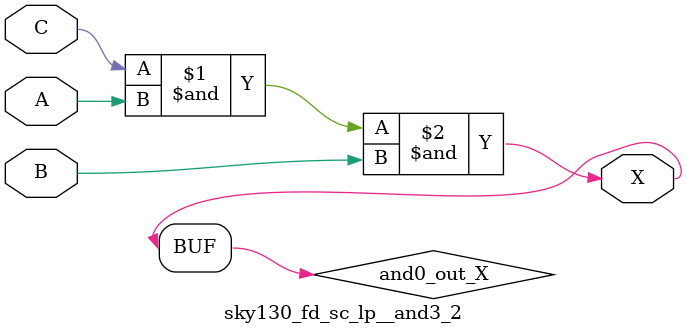
<source format=v>
/*
 * Copyright 2020 The SkyWater PDK Authors
 *
 * Licensed under the Apache License, Version 2.0 (the "License");
 * you may not use this file except in compliance with the License.
 * You may obtain a copy of the License at
 *
 *     https://www.apache.org/licenses/LICENSE-2.0
 *
 * Unless required by applicable law or agreed to in writing, software
 * distributed under the License is distributed on an "AS IS" BASIS,
 * WITHOUT WARRANTIES OR CONDITIONS OF ANY KIND, either express or implied.
 * See the License for the specific language governing permissions and
 * limitations under the License.
 *
 * SPDX-License-Identifier: Apache-2.0
*/


`ifndef SKY130_FD_SC_LP__AND3_2_FUNCTIONAL_V
`define SKY130_FD_SC_LP__AND3_2_FUNCTIONAL_V

/**
 * and3: 3-input AND.
 *
 * Verilog simulation functional model.
 */

`timescale 1ns / 1ps
`default_nettype none

`celldefine
module sky130_fd_sc_lp__and3_2 (
    X,
    A,
    B,
    C
);

    // Module ports
    output X;
    input  A;
    input  B;
    input  C;

    // Local signals
    wire and0_out_X;

    //  Name  Output      Other arguments
    and and0 (and0_out_X, C, A, B        );
    buf buf0 (X         , and0_out_X     );

endmodule
`endcelldefine

`default_nettype wire
`endif  // SKY130_FD_SC_LP__AND3_2_FUNCTIONAL_V

</source>
